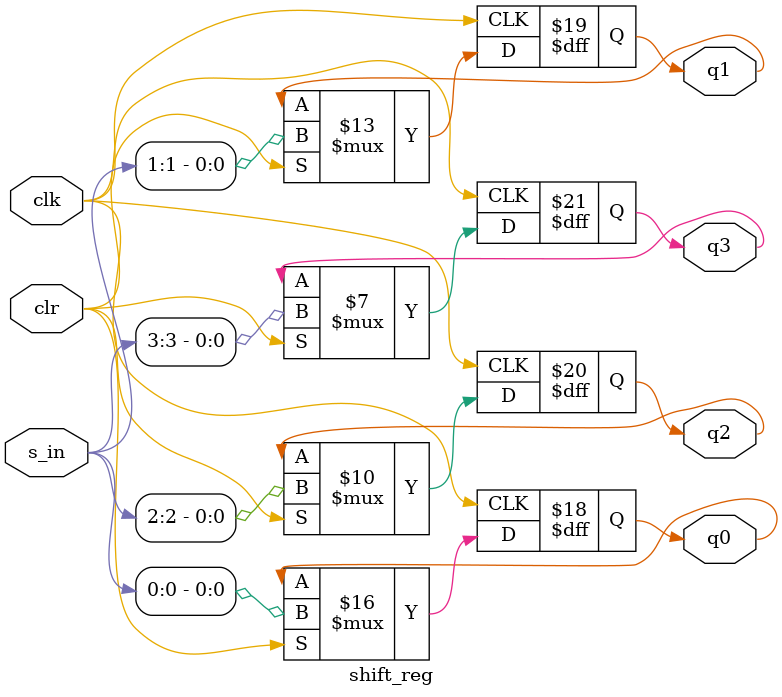
<source format=v>
module shift_reg(q0,q1,q2,q3,s_in,clr,clk);
//Port Declaration
input [3:0]s_in;
input clr,clk;
output reg q0,q1,q2,q3;
always @ (posedge clk) begin
if(clr==1) begin
q0=s_in[0];
end
if(clr==1) begin
q1=s_in[1];
end
if(clr==1) begin
q2=s_in[2];
end
if(clr==1) begin
q3=s_in[3];
end
end
endmodule

</source>
